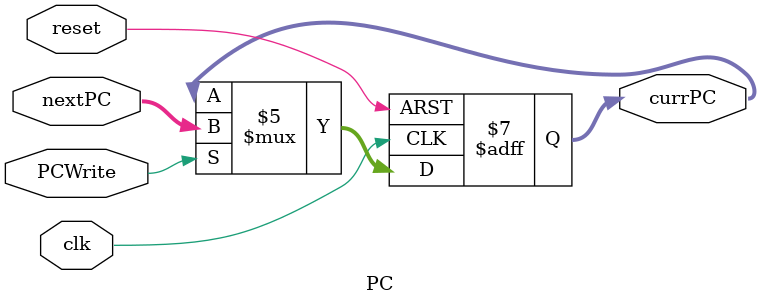
<source format=v>
`timescale 1ns / 1ps

module PC (
    input clk,
    input reset,
    input PCWrite,
    input [31:0] nextPC,
    output reg [31:0] currPC
    );

    initial currPC = 0;

    always @(posedge clk or negedge reset) begin
        #5 // important!
        if (reset == 0)
            currPC <= 0;
            // currPC <= 32'hFFFFFFFC;
        else if (PCWrite == 1)
            currPC <= nextPC;
    end

endmodule
</source>
